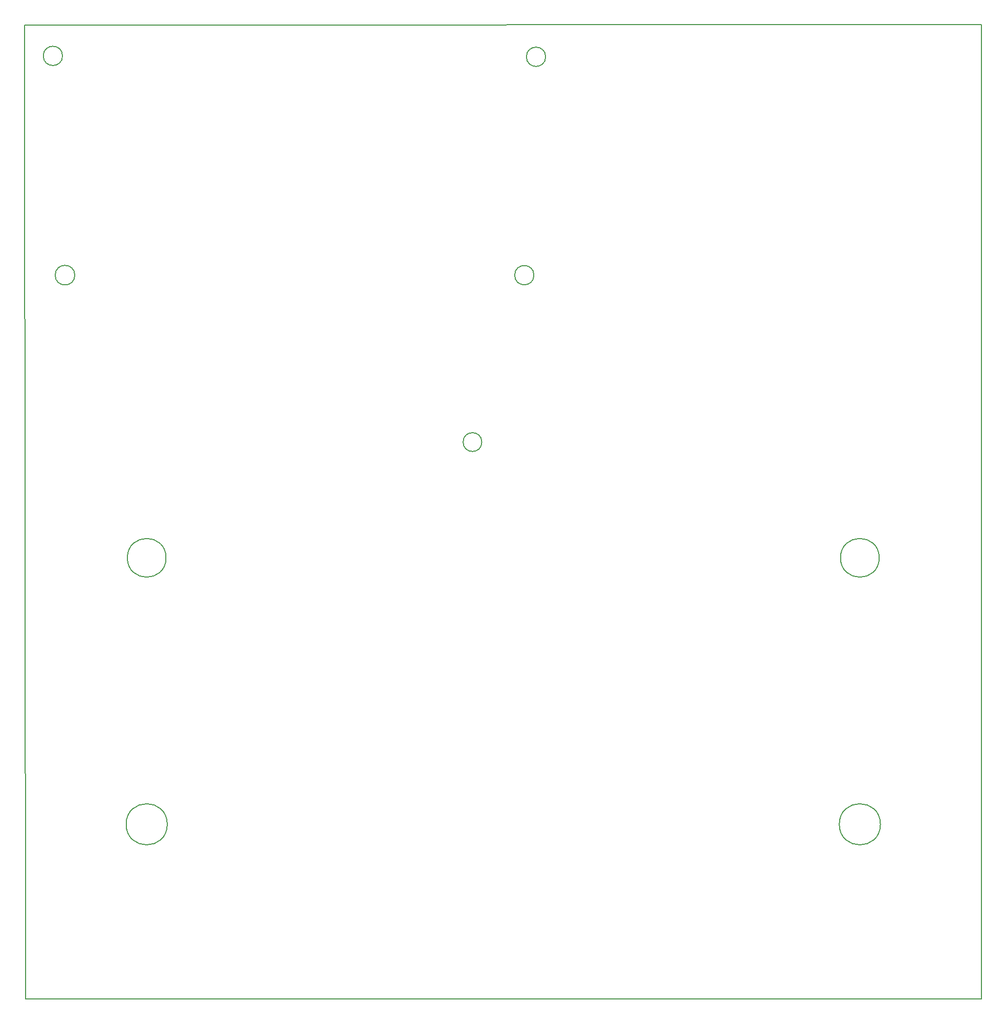
<source format=gbp>
G04 #@! TF.GenerationSoftware,KiCad,Pcbnew,(5.1.5)-3*
G04 #@! TF.CreationDate,2020-04-03T10:30:42+02:00*
G04 #@! TF.ProjectId,carecasetester,63617265-6361-4736-9574-65737465722e,rev?*
G04 #@! TF.SameCoordinates,Original*
G04 #@! TF.FileFunction,Paste,Bot*
G04 #@! TF.FilePolarity,Positive*
%FSLAX46Y46*%
G04 Gerber Fmt 4.6, Leading zero omitted, Abs format (unit mm)*
G04 Created by KiCad (PCBNEW (5.1.5)-3) date 2020-04-03 10:30:42*
%MOMM*%
%LPD*%
G04 APERTURE LIST*
%ADD10C,0.200000*%
G04 APERTURE END LIST*
D10*
X77000000Y-20080000D02*
X77000000Y-9350000D01*
X235330000Y-9300000D02*
X235330000Y-20030000D01*
X83280000Y-14450000D02*
G75*
G03X83280000Y-14450000I-1591897J0D01*
G01*
X163220000Y-14600000D02*
G75*
G03X163220000Y-14600000I-1590000J0D01*
G01*
X161280283Y-50710000D02*
G75*
G03X161280283Y-50710000I-1592180J0D01*
G01*
X85310123Y-50710000D02*
G75*
G03X85310123Y-50710000I-1622020J0D01*
G01*
X77000000Y-20080000D02*
X77150000Y-170400000D01*
X235330000Y-9300000D02*
X77000000Y-9350000D01*
X235290000Y-170410000D02*
X235330000Y-20030000D01*
X77150000Y-170400000D02*
X235290000Y-170410000D01*
X152660000Y-78311679D02*
G75*
G03X152660000Y-78311679I-1550000J0D01*
G01*
X100610000Y-141520000D02*
G75*
G03X100610000Y-141520000I-3400000J0D01*
G01*
X218610000Y-141520000D02*
G75*
G03X218610000Y-141520000I-3400000J0D01*
G01*
X218410000Y-97450000D02*
G75*
G03X218410000Y-97450000I-3200000J0D01*
G01*
X100410000Y-97450000D02*
G75*
G03X100410000Y-97450000I-3200000J0D01*
G01*
M02*

</source>
